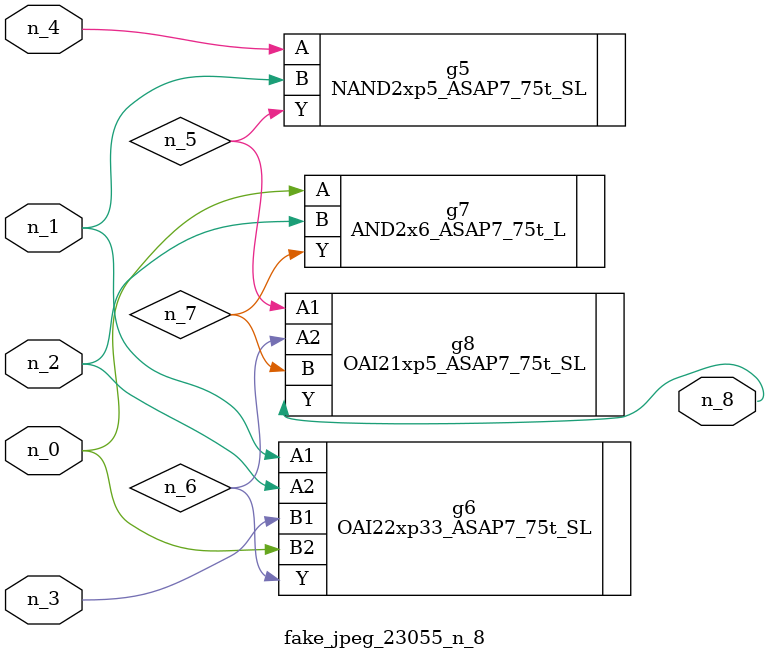
<source format=v>
module fake_jpeg_23055_n_8 (n_3, n_2, n_1, n_0, n_4, n_8);

input n_3;
input n_2;
input n_1;
input n_0;
input n_4;

output n_8;

wire n_6;
wire n_5;
wire n_7;

NAND2xp5_ASAP7_75t_SL g5 ( 
.A(n_4),
.B(n_1),
.Y(n_5)
);

OAI22xp33_ASAP7_75t_SL g6 ( 
.A1(n_1),
.A2(n_2),
.B1(n_3),
.B2(n_0),
.Y(n_6)
);

AND2x6_ASAP7_75t_L g7 ( 
.A(n_0),
.B(n_2),
.Y(n_7)
);

OAI21xp5_ASAP7_75t_SL g8 ( 
.A1(n_5),
.A2(n_6),
.B(n_7),
.Y(n_8)
);


endmodule
</source>
